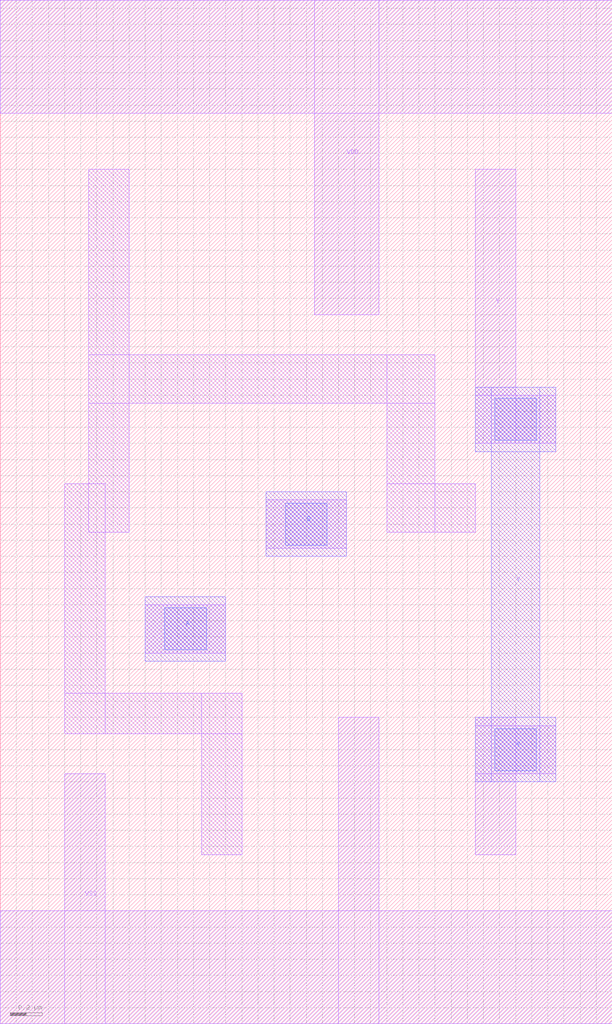
<source format=lef>
# Copyright 2022 Google LLC
# Licensed under the Apache License, Version 2.0 (the "License");
# you may not use this file except in compliance with the License.
# You may obtain a copy of the License at
#
#      http://www.apache.org/licenses/LICENSE-2.0
#
# Unless required by applicable law or agreed to in writing, software
# distributed under the License is distributed on an "AS IS" BASIS,
# WITHOUT WARRANTIES OR CONDITIONS OF ANY KIND, either express or implied.
# See the License for the specific language governing permissions and
# limitations under the License.
VERSION 5.7 ;
BUSBITCHARS "[]" ;
DIVIDERCHAR "/" ;

MACRO gf180mcu_osu_sc_gp9t3v3__or2_1
  CLASS CORE ;
  ORIGIN 0 0 ;
  FOREIGN gf180mcu_osu_sc_gp9t3v3__or2_1 0 0 ;
  SIZE 3.8 BY 6.35 ;
  SYMMETRY X Y ;
  SITE gf180mcu_osu_sc_gp9t3v3 ;
  PIN VDD
    DIRECTION INOUT ;
    USE POWER ;
    SHAPE ABUTMENT ;
    PORT
      LAYER Metal1 ;
        RECT 0 5.65 3.8 6.35 ;
        RECT 1.95 4.4 2.35 6.35 ;
    END
  END VDD
  PIN VSS
    DIRECTION INOUT ;
    USE GROUND ;
    SHAPE ABUTMENT ;
    PORT
      LAYER Metal1 ;
        RECT 0 0 3.8 0.7 ;
        RECT 2.1 0 2.35 1.9 ;
        RECT 0.4 0 0.65 1.55 ;
    END
  END VSS
  PIN A
    DIRECTION INPUT ;
    USE SIGNAL ;
    PORT
      LAYER Metal1 ;
        RECT 0.9 2.3 1.4 2.6 ;
      LAYER Metal2 ;
        RECT 0.9 2.25 1.4 2.65 ;
      LAYER Via1 ;
        RECT 1.02 2.32 1.28 2.58 ;
    END
  END A
  PIN B
    DIRECTION INPUT ;
    USE SIGNAL ;
    PORT
      LAYER Metal1 ;
        RECT 1.65 2.95 2.15 3.25 ;
      LAYER Metal2 ;
        RECT 1.65 2.9 2.15 3.3 ;
      LAYER Via1 ;
        RECT 1.77 2.97 2.03 3.23 ;
    END
  END B
  PIN Y
    DIRECTION OUTPUT ;
    USE SIGNAL ;
    PORT
      LAYER Metal1 ;
        RECT 2.95 1.55 3.45 1.85 ;
        RECT 2.95 1.05 3.2 1.9 ;
        RECT 2.95 3.6 3.45 3.9 ;
        RECT 2.95 3.6 3.2 5.3 ;
      LAYER Metal2 ;
        RECT 2.95 3.55 3.45 3.95 ;
        RECT 2.95 1.5 3.45 1.9 ;
        RECT 3.05 1.5 3.35 3.95 ;
      LAYER Via1 ;
        RECT 3.07 3.62 3.33 3.88 ;
        RECT 3.07 1.57 3.33 1.83 ;
    END
  END Y
  OBS
    LAYER Metal1 ;
      RECT 0.55 3.05 0.8 5.3 ;
      RECT 0.55 3.85 2.7 4.15 ;
      RECT 2.4 3.05 2.7 4.15 ;
      RECT 2.4 3.05 2.95 3.35 ;
      RECT 0.4 1.8 0.65 3.35 ;
      RECT 0.4 1.8 1.5 2.05 ;
      RECT 1.25 1.05 1.5 2.05 ;
  END
END gf180mcu_osu_sc_gp9t3v3__or2_1

</source>
